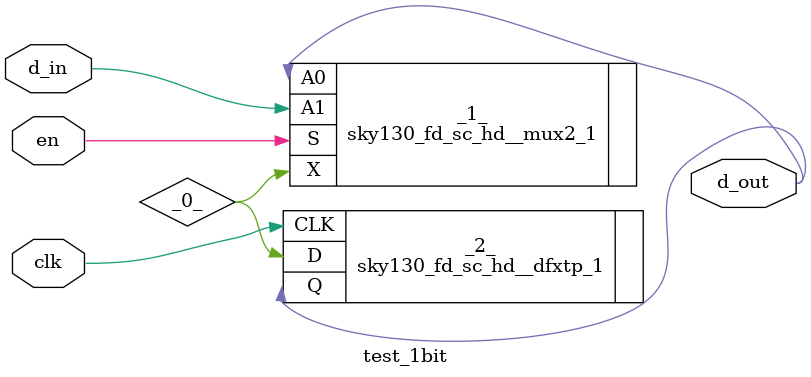
<source format=v>
/* Generated by Yosys 0.9 (git sha1 1979e0b) */
`include "sky130_fd_sc_hd.v"
module test_1bit(d_in, clk, en, d_out);
  wire _0_;
  input clk;
  input d_in;
  output d_out;
  input en;
  sky130_fd_sc_hd__mux2_1 _1_ (
    .A0(d_out),
    .A1(d_in),
    .S(en),
    .X(_0_)
  );
  sky130_fd_sc_hd__dfxtp_1 _2_ (
    .CLK(clk),
    .D(_0_),
    .Q(d_out)
  );
endmodule

</source>
